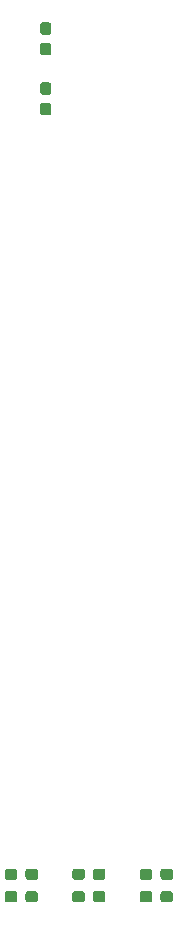
<source format=gbr>
%MOIN*%
%OFA0B0*%
%FSLAX46Y46*%
%IPPOS*%
%LPD*%
%ADD10C,0.0039370078740157488*%
%ADD11C,0.037401574803149609*%
%ADD22C,0.0039370078740157488*%
%ADD23C,0.037401574803149609*%
D10*
G36*
X0003128770Y0000762947D02*
G01*
X0003129678Y0000762812D01*
X0003130568Y0000762589D01*
X0003131432Y0000762280D01*
X0003132262Y0000761888D01*
X0003133049Y0000761416D01*
X0003133786Y0000760869D01*
X0003134466Y0000760253D01*
X0003135082Y0000759573D01*
X0003135628Y0000758836D01*
X0003136100Y0000758049D01*
X0003136492Y0000757219D01*
X0003136802Y0000756356D01*
X0003137025Y0000755465D01*
X0003137159Y0000754558D01*
X0003137204Y0000753641D01*
X0003137204Y0000734940D01*
X0003137159Y0000734024D01*
X0003137025Y0000733116D01*
X0003136802Y0000732226D01*
X0003136492Y0000731362D01*
X0003136100Y0000730533D01*
X0003135628Y0000729746D01*
X0003135082Y0000729009D01*
X0003134466Y0000728329D01*
X0003133786Y0000727712D01*
X0003133049Y0000727166D01*
X0003132262Y0000726694D01*
X0003131432Y0000726302D01*
X0003130568Y0000725993D01*
X0003129678Y0000725770D01*
X0003128770Y0000725635D01*
X0003127854Y0000725590D01*
X0003105216Y0000725590D01*
X0003104300Y0000725635D01*
X0003103392Y0000725770D01*
X0003102502Y0000725993D01*
X0003101638Y0000726302D01*
X0003100808Y0000726694D01*
X0003100021Y0000727166D01*
X0003099284Y0000727712D01*
X0003098604Y0000728329D01*
X0003097988Y0000729009D01*
X0003097441Y0000729746D01*
X0003096970Y0000730533D01*
X0003096577Y0000731362D01*
X0003096268Y0000732226D01*
X0003096045Y0000733116D01*
X0003095911Y0000734024D01*
X0003095866Y0000734940D01*
X0003095866Y0000753641D01*
X0003095911Y0000754558D01*
X0003096045Y0000755465D01*
X0003096268Y0000756356D01*
X0003096577Y0000757219D01*
X0003096970Y0000758049D01*
X0003097441Y0000758836D01*
X0003097988Y0000759573D01*
X0003098604Y0000760253D01*
X0003099284Y0000760869D01*
X0003100021Y0000761416D01*
X0003100808Y0000761888D01*
X0003101638Y0000762280D01*
X0003102502Y0000762589D01*
X0003103392Y0000762812D01*
X0003104300Y0000762947D01*
X0003105216Y0000762992D01*
X0003127854Y0000762992D01*
X0003128770Y0000762947D01*
X0003128770Y0000762947D01*
G37*
D11*
X0003116535Y0000744291D03*
D10*
G36*
X0003059873Y0000762947D02*
G01*
X0003060780Y0000762812D01*
X0003061670Y0000762589D01*
X0003062534Y0000762280D01*
X0003063364Y0000761888D01*
X0003064151Y0000761416D01*
X0003064888Y0000760869D01*
X0003065568Y0000760253D01*
X0003066184Y0000759573D01*
X0003066731Y0000758836D01*
X0003067202Y0000758049D01*
X0003067595Y0000757219D01*
X0003067904Y0000756356D01*
X0003068127Y0000755465D01*
X0003068262Y0000754558D01*
X0003068307Y0000753641D01*
X0003068307Y0000734940D01*
X0003068262Y0000734024D01*
X0003068127Y0000733116D01*
X0003067904Y0000732226D01*
X0003067595Y0000731362D01*
X0003067202Y0000730533D01*
X0003066731Y0000729746D01*
X0003066184Y0000729009D01*
X0003065568Y0000728329D01*
X0003064888Y0000727712D01*
X0003064151Y0000727166D01*
X0003063364Y0000726694D01*
X0003062534Y0000726302D01*
X0003061670Y0000725993D01*
X0003060780Y0000725770D01*
X0003059873Y0000725635D01*
X0003058956Y0000725590D01*
X0003036318Y0000725590D01*
X0003035402Y0000725635D01*
X0003034494Y0000725770D01*
X0003033604Y0000725993D01*
X0003032740Y0000726302D01*
X0003031911Y0000726694D01*
X0003031124Y0000727166D01*
X0003030387Y0000727712D01*
X0003029707Y0000728329D01*
X0003029090Y0000729009D01*
X0003028544Y0000729746D01*
X0003028072Y0000730533D01*
X0003027680Y0000731362D01*
X0003027371Y0000732226D01*
X0003027148Y0000733116D01*
X0003027013Y0000734024D01*
X0003026968Y0000734940D01*
X0003026968Y0000753641D01*
X0003027013Y0000754558D01*
X0003027148Y0000755465D01*
X0003027371Y0000756356D01*
X0003027680Y0000757219D01*
X0003028072Y0000758049D01*
X0003028544Y0000758836D01*
X0003029090Y0000759573D01*
X0003029707Y0000760253D01*
X0003030387Y0000760869D01*
X0003031124Y0000761416D01*
X0003031911Y0000761888D01*
X0003032740Y0000762280D01*
X0003033604Y0000762589D01*
X0003034494Y0000762812D01*
X0003035402Y0000762947D01*
X0003036318Y0000762992D01*
X0003058956Y0000762992D01*
X0003059873Y0000762947D01*
X0003059873Y0000762947D01*
G37*
D11*
X0003047637Y0000744291D03*
D10*
G36*
X0003578770Y0000762947D02*
G01*
X0003579678Y0000762812D01*
X0003580568Y0000762589D01*
X0003581432Y0000762280D01*
X0003582262Y0000761888D01*
X0003583049Y0000761416D01*
X0003583786Y0000760869D01*
X0003584466Y0000760253D01*
X0003585082Y0000759573D01*
X0003585628Y0000758836D01*
X0003586100Y0000758049D01*
X0003586492Y0000757219D01*
X0003586802Y0000756356D01*
X0003587025Y0000755465D01*
X0003587159Y0000754558D01*
X0003587204Y0000753641D01*
X0003587204Y0000734940D01*
X0003587159Y0000734024D01*
X0003587025Y0000733116D01*
X0003586802Y0000732226D01*
X0003586492Y0000731362D01*
X0003586100Y0000730533D01*
X0003585628Y0000729746D01*
X0003585082Y0000729009D01*
X0003584466Y0000728329D01*
X0003583786Y0000727712D01*
X0003583049Y0000727166D01*
X0003582262Y0000726694D01*
X0003581432Y0000726302D01*
X0003580568Y0000725993D01*
X0003579678Y0000725770D01*
X0003578770Y0000725635D01*
X0003577854Y0000725590D01*
X0003555216Y0000725590D01*
X0003554300Y0000725635D01*
X0003553392Y0000725770D01*
X0003552502Y0000725993D01*
X0003551638Y0000726302D01*
X0003550808Y0000726694D01*
X0003550021Y0000727166D01*
X0003549284Y0000727712D01*
X0003548604Y0000728329D01*
X0003547988Y0000729009D01*
X0003547441Y0000729746D01*
X0003546970Y0000730533D01*
X0003546577Y0000731362D01*
X0003546268Y0000732226D01*
X0003546045Y0000733116D01*
X0003545911Y0000734024D01*
X0003545866Y0000734940D01*
X0003545866Y0000753641D01*
X0003545911Y0000754558D01*
X0003546045Y0000755465D01*
X0003546268Y0000756356D01*
X0003546577Y0000757219D01*
X0003546970Y0000758049D01*
X0003547441Y0000758836D01*
X0003547988Y0000759573D01*
X0003548604Y0000760253D01*
X0003549284Y0000760869D01*
X0003550021Y0000761416D01*
X0003550808Y0000761888D01*
X0003551638Y0000762280D01*
X0003552502Y0000762589D01*
X0003553392Y0000762812D01*
X0003554300Y0000762947D01*
X0003555216Y0000762992D01*
X0003577854Y0000762992D01*
X0003578770Y0000762947D01*
X0003578770Y0000762947D01*
G37*
D11*
X0003566535Y0000744291D03*
D10*
G36*
X0003509873Y0000762947D02*
G01*
X0003510780Y0000762812D01*
X0003511670Y0000762589D01*
X0003512534Y0000762280D01*
X0003513364Y0000761888D01*
X0003514151Y0000761416D01*
X0003514888Y0000760869D01*
X0003515568Y0000760253D01*
X0003516184Y0000759573D01*
X0003516731Y0000758836D01*
X0003517202Y0000758049D01*
X0003517595Y0000757219D01*
X0003517904Y0000756356D01*
X0003518127Y0000755465D01*
X0003518262Y0000754558D01*
X0003518307Y0000753641D01*
X0003518307Y0000734940D01*
X0003518262Y0000734024D01*
X0003518127Y0000733116D01*
X0003517904Y0000732226D01*
X0003517595Y0000731362D01*
X0003517202Y0000730533D01*
X0003516731Y0000729746D01*
X0003516184Y0000729009D01*
X0003515568Y0000728329D01*
X0003514888Y0000727712D01*
X0003514151Y0000727166D01*
X0003513364Y0000726694D01*
X0003512534Y0000726302D01*
X0003511670Y0000725993D01*
X0003510780Y0000725770D01*
X0003509873Y0000725635D01*
X0003508956Y0000725590D01*
X0003486318Y0000725590D01*
X0003485402Y0000725635D01*
X0003484494Y0000725770D01*
X0003483604Y0000725993D01*
X0003482740Y0000726302D01*
X0003481911Y0000726694D01*
X0003481124Y0000727166D01*
X0003480387Y0000727712D01*
X0003479707Y0000728329D01*
X0003479090Y0000729009D01*
X0003478544Y0000729746D01*
X0003478072Y0000730533D01*
X0003477680Y0000731362D01*
X0003477371Y0000732226D01*
X0003477148Y0000733116D01*
X0003477013Y0000734024D01*
X0003476968Y0000734940D01*
X0003476968Y0000753641D01*
X0003477013Y0000754558D01*
X0003477148Y0000755465D01*
X0003477371Y0000756356D01*
X0003477680Y0000757219D01*
X0003478072Y0000758049D01*
X0003478544Y0000758836D01*
X0003479090Y0000759573D01*
X0003479707Y0000760253D01*
X0003480387Y0000760869D01*
X0003481124Y0000761416D01*
X0003481911Y0000761888D01*
X0003482740Y0000762280D01*
X0003483604Y0000762589D01*
X0003484494Y0000762812D01*
X0003485402Y0000762947D01*
X0003486318Y0000762992D01*
X0003508956Y0000762992D01*
X0003509873Y0000762947D01*
X0003509873Y0000762947D01*
G37*
D11*
X0003497637Y0000744291D03*
D10*
G36*
X0003353770Y0000762947D02*
G01*
X0003354678Y0000762812D01*
X0003355568Y0000762589D01*
X0003356432Y0000762280D01*
X0003357262Y0000761888D01*
X0003358049Y0000761416D01*
X0003358786Y0000760869D01*
X0003359466Y0000760253D01*
X0003360082Y0000759573D01*
X0003360628Y0000758836D01*
X0003361100Y0000758049D01*
X0003361492Y0000757219D01*
X0003361802Y0000756356D01*
X0003362025Y0000755465D01*
X0003362159Y0000754558D01*
X0003362204Y0000753641D01*
X0003362204Y0000734940D01*
X0003362159Y0000734024D01*
X0003362025Y0000733116D01*
X0003361802Y0000732226D01*
X0003361492Y0000731362D01*
X0003361100Y0000730533D01*
X0003360628Y0000729746D01*
X0003360082Y0000729009D01*
X0003359466Y0000728329D01*
X0003358786Y0000727712D01*
X0003358049Y0000727166D01*
X0003357262Y0000726694D01*
X0003356432Y0000726302D01*
X0003355568Y0000725993D01*
X0003354678Y0000725770D01*
X0003353770Y0000725635D01*
X0003352854Y0000725590D01*
X0003330216Y0000725590D01*
X0003329300Y0000725635D01*
X0003328392Y0000725770D01*
X0003327502Y0000725993D01*
X0003326638Y0000726302D01*
X0003325808Y0000726694D01*
X0003325021Y0000727166D01*
X0003324284Y0000727712D01*
X0003323604Y0000728329D01*
X0003322988Y0000729009D01*
X0003322441Y0000729746D01*
X0003321970Y0000730533D01*
X0003321577Y0000731362D01*
X0003321268Y0000732226D01*
X0003321045Y0000733116D01*
X0003320911Y0000734024D01*
X0003320866Y0000734940D01*
X0003320866Y0000753641D01*
X0003320911Y0000754558D01*
X0003321045Y0000755465D01*
X0003321268Y0000756356D01*
X0003321577Y0000757219D01*
X0003321970Y0000758049D01*
X0003322441Y0000758836D01*
X0003322988Y0000759573D01*
X0003323604Y0000760253D01*
X0003324284Y0000760869D01*
X0003325021Y0000761416D01*
X0003325808Y0000761888D01*
X0003326638Y0000762280D01*
X0003327502Y0000762589D01*
X0003328392Y0000762812D01*
X0003329300Y0000762947D01*
X0003330216Y0000762992D01*
X0003352854Y0000762992D01*
X0003353770Y0000762947D01*
X0003353770Y0000762947D01*
G37*
D11*
X0003341535Y0000744291D03*
D10*
G36*
X0003284873Y0000762947D02*
G01*
X0003285780Y0000762812D01*
X0003286670Y0000762589D01*
X0003287534Y0000762280D01*
X0003288364Y0000761888D01*
X0003289151Y0000761416D01*
X0003289888Y0000760869D01*
X0003290568Y0000760253D01*
X0003291184Y0000759573D01*
X0003291731Y0000758836D01*
X0003292202Y0000758049D01*
X0003292595Y0000757219D01*
X0003292904Y0000756356D01*
X0003293127Y0000755465D01*
X0003293262Y0000754558D01*
X0003293307Y0000753641D01*
X0003293307Y0000734940D01*
X0003293262Y0000734024D01*
X0003293127Y0000733116D01*
X0003292904Y0000732226D01*
X0003292595Y0000731362D01*
X0003292202Y0000730533D01*
X0003291731Y0000729746D01*
X0003291184Y0000729009D01*
X0003290568Y0000728329D01*
X0003289888Y0000727712D01*
X0003289151Y0000727166D01*
X0003288364Y0000726694D01*
X0003287534Y0000726302D01*
X0003286670Y0000725993D01*
X0003285780Y0000725770D01*
X0003284873Y0000725635D01*
X0003283956Y0000725590D01*
X0003261318Y0000725590D01*
X0003260402Y0000725635D01*
X0003259494Y0000725770D01*
X0003258604Y0000725993D01*
X0003257740Y0000726302D01*
X0003256911Y0000726694D01*
X0003256124Y0000727166D01*
X0003255387Y0000727712D01*
X0003254707Y0000728329D01*
X0003254090Y0000729009D01*
X0003253544Y0000729746D01*
X0003253072Y0000730533D01*
X0003252680Y0000731362D01*
X0003252371Y0000732226D01*
X0003252148Y0000733116D01*
X0003252013Y0000734024D01*
X0003251968Y0000734940D01*
X0003251968Y0000753641D01*
X0003252013Y0000754558D01*
X0003252148Y0000755465D01*
X0003252371Y0000756356D01*
X0003252680Y0000757219D01*
X0003253072Y0000758049D01*
X0003253544Y0000758836D01*
X0003254090Y0000759573D01*
X0003254707Y0000760253D01*
X0003255387Y0000760869D01*
X0003256124Y0000761416D01*
X0003256911Y0000761888D01*
X0003257740Y0000762280D01*
X0003258604Y0000762589D01*
X0003259494Y0000762812D01*
X0003260402Y0000762947D01*
X0003261318Y0000762992D01*
X0003283956Y0000762992D01*
X0003284873Y0000762947D01*
X0003284873Y0000762947D01*
G37*
D11*
X0003272637Y0000744291D03*
D10*
G36*
X0003059873Y0000837947D02*
G01*
X0003060780Y0000837812D01*
X0003061670Y0000837589D01*
X0003062534Y0000837280D01*
X0003063364Y0000836888D01*
X0003064151Y0000836416D01*
X0003064888Y0000835869D01*
X0003065568Y0000835253D01*
X0003066184Y0000834573D01*
X0003066731Y0000833836D01*
X0003067202Y0000833049D01*
X0003067595Y0000832219D01*
X0003067904Y0000831356D01*
X0003068127Y0000830465D01*
X0003068262Y0000829558D01*
X0003068307Y0000828641D01*
X0003068307Y0000809940D01*
X0003068262Y0000809024D01*
X0003068127Y0000808116D01*
X0003067904Y0000807226D01*
X0003067595Y0000806362D01*
X0003067202Y0000805533D01*
X0003066731Y0000804746D01*
X0003066184Y0000804009D01*
X0003065568Y0000803329D01*
X0003064888Y0000802712D01*
X0003064151Y0000802166D01*
X0003063364Y0000801694D01*
X0003062534Y0000801302D01*
X0003061670Y0000800993D01*
X0003060780Y0000800770D01*
X0003059873Y0000800635D01*
X0003058956Y0000800590D01*
X0003036318Y0000800590D01*
X0003035402Y0000800635D01*
X0003034494Y0000800770D01*
X0003033604Y0000800993D01*
X0003032740Y0000801302D01*
X0003031911Y0000801694D01*
X0003031124Y0000802166D01*
X0003030387Y0000802712D01*
X0003029707Y0000803329D01*
X0003029090Y0000804009D01*
X0003028544Y0000804746D01*
X0003028072Y0000805533D01*
X0003027680Y0000806362D01*
X0003027371Y0000807226D01*
X0003027148Y0000808116D01*
X0003027013Y0000809024D01*
X0003026968Y0000809940D01*
X0003026968Y0000828641D01*
X0003027013Y0000829558D01*
X0003027148Y0000830465D01*
X0003027371Y0000831356D01*
X0003027680Y0000832219D01*
X0003028072Y0000833049D01*
X0003028544Y0000833836D01*
X0003029090Y0000834573D01*
X0003029707Y0000835253D01*
X0003030387Y0000835869D01*
X0003031124Y0000836416D01*
X0003031911Y0000836888D01*
X0003032740Y0000837280D01*
X0003033604Y0000837589D01*
X0003034494Y0000837812D01*
X0003035402Y0000837947D01*
X0003036318Y0000837992D01*
X0003058956Y0000837992D01*
X0003059873Y0000837947D01*
X0003059873Y0000837947D01*
G37*
D11*
X0003047637Y0000819291D03*
D10*
G36*
X0003128770Y0000837947D02*
G01*
X0003129678Y0000837812D01*
X0003130568Y0000837589D01*
X0003131432Y0000837280D01*
X0003132262Y0000836888D01*
X0003133049Y0000836416D01*
X0003133786Y0000835869D01*
X0003134466Y0000835253D01*
X0003135082Y0000834573D01*
X0003135628Y0000833836D01*
X0003136100Y0000833049D01*
X0003136492Y0000832219D01*
X0003136802Y0000831356D01*
X0003137025Y0000830465D01*
X0003137159Y0000829558D01*
X0003137204Y0000828641D01*
X0003137204Y0000809940D01*
X0003137159Y0000809024D01*
X0003137025Y0000808116D01*
X0003136802Y0000807226D01*
X0003136492Y0000806362D01*
X0003136100Y0000805533D01*
X0003135628Y0000804746D01*
X0003135082Y0000804009D01*
X0003134466Y0000803329D01*
X0003133786Y0000802712D01*
X0003133049Y0000802166D01*
X0003132262Y0000801694D01*
X0003131432Y0000801302D01*
X0003130568Y0000800993D01*
X0003129678Y0000800770D01*
X0003128770Y0000800635D01*
X0003127854Y0000800590D01*
X0003105216Y0000800590D01*
X0003104300Y0000800635D01*
X0003103392Y0000800770D01*
X0003102502Y0000800993D01*
X0003101638Y0000801302D01*
X0003100808Y0000801694D01*
X0003100021Y0000802166D01*
X0003099284Y0000802712D01*
X0003098604Y0000803329D01*
X0003097988Y0000804009D01*
X0003097441Y0000804746D01*
X0003096970Y0000805533D01*
X0003096577Y0000806362D01*
X0003096268Y0000807226D01*
X0003096045Y0000808116D01*
X0003095911Y0000809024D01*
X0003095866Y0000809940D01*
X0003095866Y0000828641D01*
X0003095911Y0000829558D01*
X0003096045Y0000830465D01*
X0003096268Y0000831356D01*
X0003096577Y0000832219D01*
X0003096970Y0000833049D01*
X0003097441Y0000833836D01*
X0003097988Y0000834573D01*
X0003098604Y0000835253D01*
X0003099284Y0000835869D01*
X0003100021Y0000836416D01*
X0003100808Y0000836888D01*
X0003101638Y0000837280D01*
X0003102502Y0000837589D01*
X0003103392Y0000837812D01*
X0003104300Y0000837947D01*
X0003105216Y0000837992D01*
X0003127854Y0000837992D01*
X0003128770Y0000837947D01*
X0003128770Y0000837947D01*
G37*
D11*
X0003116535Y0000819291D03*
D10*
G36*
X0003509873Y0000837947D02*
G01*
X0003510780Y0000837812D01*
X0003511670Y0000837589D01*
X0003512534Y0000837280D01*
X0003513364Y0000836888D01*
X0003514151Y0000836416D01*
X0003514888Y0000835869D01*
X0003515568Y0000835253D01*
X0003516184Y0000834573D01*
X0003516731Y0000833836D01*
X0003517202Y0000833049D01*
X0003517595Y0000832219D01*
X0003517904Y0000831356D01*
X0003518127Y0000830465D01*
X0003518262Y0000829558D01*
X0003518307Y0000828641D01*
X0003518307Y0000809940D01*
X0003518262Y0000809024D01*
X0003518127Y0000808116D01*
X0003517904Y0000807226D01*
X0003517595Y0000806362D01*
X0003517202Y0000805533D01*
X0003516731Y0000804746D01*
X0003516184Y0000804009D01*
X0003515568Y0000803329D01*
X0003514888Y0000802712D01*
X0003514151Y0000802166D01*
X0003513364Y0000801694D01*
X0003512534Y0000801302D01*
X0003511670Y0000800993D01*
X0003510780Y0000800770D01*
X0003509873Y0000800635D01*
X0003508956Y0000800590D01*
X0003486318Y0000800590D01*
X0003485402Y0000800635D01*
X0003484494Y0000800770D01*
X0003483604Y0000800993D01*
X0003482740Y0000801302D01*
X0003481911Y0000801694D01*
X0003481124Y0000802166D01*
X0003480387Y0000802712D01*
X0003479707Y0000803329D01*
X0003479090Y0000804009D01*
X0003478544Y0000804746D01*
X0003478072Y0000805533D01*
X0003477680Y0000806362D01*
X0003477371Y0000807226D01*
X0003477148Y0000808116D01*
X0003477013Y0000809024D01*
X0003476968Y0000809940D01*
X0003476968Y0000828641D01*
X0003477013Y0000829558D01*
X0003477148Y0000830465D01*
X0003477371Y0000831356D01*
X0003477680Y0000832219D01*
X0003478072Y0000833049D01*
X0003478544Y0000833836D01*
X0003479090Y0000834573D01*
X0003479707Y0000835253D01*
X0003480387Y0000835869D01*
X0003481124Y0000836416D01*
X0003481911Y0000836888D01*
X0003482740Y0000837280D01*
X0003483604Y0000837589D01*
X0003484494Y0000837812D01*
X0003485402Y0000837947D01*
X0003486318Y0000837992D01*
X0003508956Y0000837992D01*
X0003509873Y0000837947D01*
X0003509873Y0000837947D01*
G37*
D11*
X0003497637Y0000819291D03*
D10*
G36*
X0003578770Y0000837947D02*
G01*
X0003579678Y0000837812D01*
X0003580568Y0000837589D01*
X0003581432Y0000837280D01*
X0003582262Y0000836888D01*
X0003583049Y0000836416D01*
X0003583786Y0000835869D01*
X0003584466Y0000835253D01*
X0003585082Y0000834573D01*
X0003585628Y0000833836D01*
X0003586100Y0000833049D01*
X0003586492Y0000832219D01*
X0003586802Y0000831356D01*
X0003587025Y0000830465D01*
X0003587159Y0000829558D01*
X0003587204Y0000828641D01*
X0003587204Y0000809940D01*
X0003587159Y0000809024D01*
X0003587025Y0000808116D01*
X0003586802Y0000807226D01*
X0003586492Y0000806362D01*
X0003586100Y0000805533D01*
X0003585628Y0000804746D01*
X0003585082Y0000804009D01*
X0003584466Y0000803329D01*
X0003583786Y0000802712D01*
X0003583049Y0000802166D01*
X0003582262Y0000801694D01*
X0003581432Y0000801302D01*
X0003580568Y0000800993D01*
X0003579678Y0000800770D01*
X0003578770Y0000800635D01*
X0003577854Y0000800590D01*
X0003555216Y0000800590D01*
X0003554300Y0000800635D01*
X0003553392Y0000800770D01*
X0003552502Y0000800993D01*
X0003551638Y0000801302D01*
X0003550808Y0000801694D01*
X0003550021Y0000802166D01*
X0003549284Y0000802712D01*
X0003548604Y0000803329D01*
X0003547988Y0000804009D01*
X0003547441Y0000804746D01*
X0003546970Y0000805533D01*
X0003546577Y0000806362D01*
X0003546268Y0000807226D01*
X0003546045Y0000808116D01*
X0003545911Y0000809024D01*
X0003545866Y0000809940D01*
X0003545866Y0000828641D01*
X0003545911Y0000829558D01*
X0003546045Y0000830465D01*
X0003546268Y0000831356D01*
X0003546577Y0000832219D01*
X0003546970Y0000833049D01*
X0003547441Y0000833836D01*
X0003547988Y0000834573D01*
X0003548604Y0000835253D01*
X0003549284Y0000835869D01*
X0003550021Y0000836416D01*
X0003550808Y0000836888D01*
X0003551638Y0000837280D01*
X0003552502Y0000837589D01*
X0003553392Y0000837812D01*
X0003554300Y0000837947D01*
X0003555216Y0000837992D01*
X0003577854Y0000837992D01*
X0003578770Y0000837947D01*
X0003578770Y0000837947D01*
G37*
D11*
X0003566535Y0000819291D03*
D10*
G36*
X0003284873Y0000837947D02*
G01*
X0003285780Y0000837812D01*
X0003286670Y0000837589D01*
X0003287534Y0000837280D01*
X0003288364Y0000836888D01*
X0003289151Y0000836416D01*
X0003289888Y0000835869D01*
X0003290568Y0000835253D01*
X0003291184Y0000834573D01*
X0003291731Y0000833836D01*
X0003292202Y0000833049D01*
X0003292595Y0000832219D01*
X0003292904Y0000831356D01*
X0003293127Y0000830465D01*
X0003293262Y0000829558D01*
X0003293307Y0000828641D01*
X0003293307Y0000809940D01*
X0003293262Y0000809024D01*
X0003293127Y0000808116D01*
X0003292904Y0000807226D01*
X0003292595Y0000806362D01*
X0003292202Y0000805533D01*
X0003291731Y0000804746D01*
X0003291184Y0000804009D01*
X0003290568Y0000803329D01*
X0003289888Y0000802712D01*
X0003289151Y0000802166D01*
X0003288364Y0000801694D01*
X0003287534Y0000801302D01*
X0003286670Y0000800993D01*
X0003285780Y0000800770D01*
X0003284873Y0000800635D01*
X0003283956Y0000800590D01*
X0003261318Y0000800590D01*
X0003260402Y0000800635D01*
X0003259494Y0000800770D01*
X0003258604Y0000800993D01*
X0003257740Y0000801302D01*
X0003256911Y0000801694D01*
X0003256124Y0000802166D01*
X0003255387Y0000802712D01*
X0003254707Y0000803329D01*
X0003254090Y0000804009D01*
X0003253544Y0000804746D01*
X0003253072Y0000805533D01*
X0003252680Y0000806362D01*
X0003252371Y0000807226D01*
X0003252148Y0000808116D01*
X0003252013Y0000809024D01*
X0003251968Y0000809940D01*
X0003251968Y0000828641D01*
X0003252013Y0000829558D01*
X0003252148Y0000830465D01*
X0003252371Y0000831356D01*
X0003252680Y0000832219D01*
X0003253072Y0000833049D01*
X0003253544Y0000833836D01*
X0003254090Y0000834573D01*
X0003254707Y0000835253D01*
X0003255387Y0000835869D01*
X0003256124Y0000836416D01*
X0003256911Y0000836888D01*
X0003257740Y0000837280D01*
X0003258604Y0000837589D01*
X0003259494Y0000837812D01*
X0003260402Y0000837947D01*
X0003261318Y0000837992D01*
X0003283956Y0000837992D01*
X0003284873Y0000837947D01*
X0003284873Y0000837947D01*
G37*
D11*
X0003272637Y0000819291D03*
D10*
G36*
X0003353770Y0000837947D02*
G01*
X0003354678Y0000837812D01*
X0003355568Y0000837589D01*
X0003356432Y0000837280D01*
X0003357262Y0000836888D01*
X0003358049Y0000836416D01*
X0003358786Y0000835869D01*
X0003359466Y0000835253D01*
X0003360082Y0000834573D01*
X0003360628Y0000833836D01*
X0003361100Y0000833049D01*
X0003361492Y0000832219D01*
X0003361802Y0000831356D01*
X0003362025Y0000830465D01*
X0003362159Y0000829558D01*
X0003362204Y0000828641D01*
X0003362204Y0000809940D01*
X0003362159Y0000809024D01*
X0003362025Y0000808116D01*
X0003361802Y0000807226D01*
X0003361492Y0000806362D01*
X0003361100Y0000805533D01*
X0003360628Y0000804746D01*
X0003360082Y0000804009D01*
X0003359466Y0000803329D01*
X0003358786Y0000802712D01*
X0003358049Y0000802166D01*
X0003357262Y0000801694D01*
X0003356432Y0000801302D01*
X0003355568Y0000800993D01*
X0003354678Y0000800770D01*
X0003353770Y0000800635D01*
X0003352854Y0000800590D01*
X0003330216Y0000800590D01*
X0003329300Y0000800635D01*
X0003328392Y0000800770D01*
X0003327502Y0000800993D01*
X0003326638Y0000801302D01*
X0003325808Y0000801694D01*
X0003325021Y0000802166D01*
X0003324284Y0000802712D01*
X0003323604Y0000803329D01*
X0003322988Y0000804009D01*
X0003322441Y0000804746D01*
X0003321970Y0000805533D01*
X0003321577Y0000806362D01*
X0003321268Y0000807226D01*
X0003321045Y0000808116D01*
X0003320911Y0000809024D01*
X0003320866Y0000809940D01*
X0003320866Y0000828641D01*
X0003320911Y0000829558D01*
X0003321045Y0000830465D01*
X0003321268Y0000831356D01*
X0003321577Y0000832219D01*
X0003321970Y0000833049D01*
X0003322441Y0000833836D01*
X0003322988Y0000834573D01*
X0003323604Y0000835253D01*
X0003324284Y0000835869D01*
X0003325021Y0000836416D01*
X0003325808Y0000836888D01*
X0003326638Y0000837280D01*
X0003327502Y0000837589D01*
X0003328392Y0000837812D01*
X0003329300Y0000837947D01*
X0003330216Y0000837992D01*
X0003352854Y0000837992D01*
X0003353770Y0000837947D01*
X0003353770Y0000837947D01*
G37*
D11*
X0003341535Y0000819291D03*
G04 next file*
G04 #@! TF.GenerationSoftware,KiCad,Pcbnew,(5.1.4)-1*
G04 #@! TF.CreationDate,2020-03-27T16:01:53-04:00*
G04 #@! TF.ProjectId,heatbed_breakout,68656174-6265-4645-9f62-7265616b6f75,rev?*
G04 #@! TF.SameCoordinates,PX8b91fb0PY68e7780*
G04 #@! TF.FileFunction,Paste,Top*
G04 #@! TF.FilePolarity,Positive*
G04 Gerber Fmt 4.6, Leading zero omitted, Abs format (unit mm)*
G04 Created by KiCad (PCBNEW (5.1.4)-1) date 2020-03-27 16:01:53*
G04 APERTURE LIST*
G04 APERTURE END LIST*
D22*
G36*
X0003173652Y0003590112D02*
G01*
X0003174560Y0003589977D01*
X0003175450Y0003589754D01*
X0003176314Y0003589445D01*
X0003177143Y0003589053D01*
X0003177931Y0003588581D01*
X0003178668Y0003588035D01*
X0003179347Y0003587418D01*
X0003179964Y0003586738D01*
X0003180510Y0003586001D01*
X0003180982Y0003585214D01*
X0003181374Y0003584385D01*
X0003181683Y0003583521D01*
X0003181906Y0003582631D01*
X0003182041Y0003581723D01*
X0003182086Y0003580807D01*
X0003182086Y0003558169D01*
X0003182041Y0003557252D01*
X0003181906Y0003556345D01*
X0003181683Y0003555455D01*
X0003181374Y0003554591D01*
X0003180982Y0003553761D01*
X0003180510Y0003552974D01*
X0003179964Y0003552237D01*
X0003179347Y0003551557D01*
X0003178668Y0003550941D01*
X0003177931Y0003550394D01*
X0003177143Y0003549922D01*
X0003176314Y0003549530D01*
X0003175450Y0003549221D01*
X0003174560Y0003548998D01*
X0003173652Y0003548863D01*
X0003172736Y0003548818D01*
X0003154035Y0003548818D01*
X0003153118Y0003548863D01*
X0003152211Y0003548998D01*
X0003151321Y0003549221D01*
X0003150457Y0003549530D01*
X0003149627Y0003549922D01*
X0003148840Y0003550394D01*
X0003148103Y0003550941D01*
X0003147423Y0003551557D01*
X0003146807Y0003552237D01*
X0003146260Y0003552974D01*
X0003145789Y0003553761D01*
X0003145396Y0003554591D01*
X0003145087Y0003555455D01*
X0003144864Y0003556345D01*
X0003144730Y0003557252D01*
X0003144685Y0003558169D01*
X0003144685Y0003580807D01*
X0003144730Y0003581723D01*
X0003144864Y0003582631D01*
X0003145087Y0003583521D01*
X0003145396Y0003584385D01*
X0003145789Y0003585214D01*
X0003146260Y0003586001D01*
X0003146807Y0003586738D01*
X0003147423Y0003587418D01*
X0003148103Y0003588035D01*
X0003148840Y0003588581D01*
X0003149627Y0003589053D01*
X0003150457Y0003589445D01*
X0003151321Y0003589754D01*
X0003152211Y0003589977D01*
X0003153118Y0003590112D01*
X0003154035Y0003590157D01*
X0003172736Y0003590157D01*
X0003173652Y0003590112D01*
X0003173652Y0003590112D01*
G37*
D23*
X0003163385Y0003569488D03*
D22*
G36*
X0003173652Y0003659010D02*
G01*
X0003174560Y0003658875D01*
X0003175450Y0003658652D01*
X0003176314Y0003658343D01*
X0003177143Y0003657951D01*
X0003177931Y0003657479D01*
X0003178668Y0003656932D01*
X0003179347Y0003656316D01*
X0003179964Y0003655636D01*
X0003180510Y0003654899D01*
X0003180982Y0003654112D01*
X0003181374Y0003653282D01*
X0003181683Y0003652419D01*
X0003181906Y0003651528D01*
X0003182041Y0003650621D01*
X0003182086Y0003649704D01*
X0003182086Y0003627066D01*
X0003182041Y0003626150D01*
X0003181906Y0003625242D01*
X0003181683Y0003624352D01*
X0003181374Y0003623488D01*
X0003180982Y0003622659D01*
X0003180510Y0003621872D01*
X0003179964Y0003621135D01*
X0003179347Y0003620455D01*
X0003178668Y0003619838D01*
X0003177931Y0003619292D01*
X0003177143Y0003618820D01*
X0003176314Y0003618428D01*
X0003175450Y0003618119D01*
X0003174560Y0003617896D01*
X0003173652Y0003617761D01*
X0003172736Y0003617716D01*
X0003154035Y0003617716D01*
X0003153118Y0003617761D01*
X0003152211Y0003617896D01*
X0003151321Y0003618119D01*
X0003150457Y0003618428D01*
X0003149627Y0003618820D01*
X0003148840Y0003619292D01*
X0003148103Y0003619838D01*
X0003147423Y0003620455D01*
X0003146807Y0003621135D01*
X0003146260Y0003621872D01*
X0003145789Y0003622659D01*
X0003145396Y0003623488D01*
X0003145087Y0003624352D01*
X0003144864Y0003625242D01*
X0003144730Y0003626150D01*
X0003144685Y0003627066D01*
X0003144685Y0003649704D01*
X0003144730Y0003650621D01*
X0003144864Y0003651528D01*
X0003145087Y0003652419D01*
X0003145396Y0003653282D01*
X0003145789Y0003654112D01*
X0003146260Y0003654899D01*
X0003146807Y0003655636D01*
X0003147423Y0003656316D01*
X0003148103Y0003656932D01*
X0003148840Y0003657479D01*
X0003149627Y0003657951D01*
X0003150457Y0003658343D01*
X0003151321Y0003658652D01*
X0003152211Y0003658875D01*
X0003153118Y0003659010D01*
X0003154035Y0003659055D01*
X0003172736Y0003659055D01*
X0003173652Y0003659010D01*
X0003173652Y0003659010D01*
G37*
D23*
X0003163385Y0003638385D03*
D22*
G36*
X0003173652Y0003459010D02*
G01*
X0003174560Y0003458875D01*
X0003175450Y0003458652D01*
X0003176314Y0003458343D01*
X0003177143Y0003457951D01*
X0003177931Y0003457479D01*
X0003178668Y0003456932D01*
X0003179347Y0003456316D01*
X0003179964Y0003455636D01*
X0003180510Y0003454899D01*
X0003180982Y0003454112D01*
X0003181374Y0003453282D01*
X0003181683Y0003452419D01*
X0003181906Y0003451528D01*
X0003182041Y0003450621D01*
X0003182086Y0003449704D01*
X0003182086Y0003427066D01*
X0003182041Y0003426150D01*
X0003181906Y0003425242D01*
X0003181683Y0003424352D01*
X0003181374Y0003423488D01*
X0003180982Y0003422659D01*
X0003180510Y0003421872D01*
X0003179964Y0003421135D01*
X0003179347Y0003420455D01*
X0003178668Y0003419838D01*
X0003177931Y0003419292D01*
X0003177143Y0003418820D01*
X0003176314Y0003418428D01*
X0003175450Y0003418119D01*
X0003174560Y0003417896D01*
X0003173652Y0003417761D01*
X0003172736Y0003417716D01*
X0003154035Y0003417716D01*
X0003153118Y0003417761D01*
X0003152211Y0003417896D01*
X0003151321Y0003418119D01*
X0003150457Y0003418428D01*
X0003149627Y0003418820D01*
X0003148840Y0003419292D01*
X0003148103Y0003419838D01*
X0003147423Y0003420455D01*
X0003146807Y0003421135D01*
X0003146260Y0003421872D01*
X0003145789Y0003422659D01*
X0003145396Y0003423488D01*
X0003145087Y0003424352D01*
X0003144864Y0003425242D01*
X0003144730Y0003426150D01*
X0003144685Y0003427066D01*
X0003144685Y0003449704D01*
X0003144730Y0003450621D01*
X0003144864Y0003451528D01*
X0003145087Y0003452419D01*
X0003145396Y0003453282D01*
X0003145789Y0003454112D01*
X0003146260Y0003454899D01*
X0003146807Y0003455636D01*
X0003147423Y0003456316D01*
X0003148103Y0003456932D01*
X0003148840Y0003457479D01*
X0003149627Y0003457951D01*
X0003150457Y0003458343D01*
X0003151321Y0003458652D01*
X0003152211Y0003458875D01*
X0003153118Y0003459010D01*
X0003154035Y0003459055D01*
X0003172736Y0003459055D01*
X0003173652Y0003459010D01*
X0003173652Y0003459010D01*
G37*
D23*
X0003163385Y0003438385D03*
D22*
G36*
X0003173652Y0003390112D02*
G01*
X0003174560Y0003389977D01*
X0003175450Y0003389754D01*
X0003176314Y0003389445D01*
X0003177143Y0003389053D01*
X0003177931Y0003388581D01*
X0003178668Y0003388035D01*
X0003179347Y0003387418D01*
X0003179964Y0003386738D01*
X0003180510Y0003386001D01*
X0003180982Y0003385214D01*
X0003181374Y0003384385D01*
X0003181683Y0003383521D01*
X0003181906Y0003382631D01*
X0003182041Y0003381723D01*
X0003182086Y0003380807D01*
X0003182086Y0003358169D01*
X0003182041Y0003357252D01*
X0003181906Y0003356345D01*
X0003181683Y0003355455D01*
X0003181374Y0003354591D01*
X0003180982Y0003353761D01*
X0003180510Y0003352974D01*
X0003179964Y0003352237D01*
X0003179347Y0003351557D01*
X0003178668Y0003350941D01*
X0003177931Y0003350394D01*
X0003177143Y0003349922D01*
X0003176314Y0003349530D01*
X0003175450Y0003349221D01*
X0003174560Y0003348998D01*
X0003173652Y0003348863D01*
X0003172736Y0003348818D01*
X0003154035Y0003348818D01*
X0003153118Y0003348863D01*
X0003152211Y0003348998D01*
X0003151321Y0003349221D01*
X0003150457Y0003349530D01*
X0003149627Y0003349922D01*
X0003148840Y0003350394D01*
X0003148103Y0003350941D01*
X0003147423Y0003351557D01*
X0003146807Y0003352237D01*
X0003146260Y0003352974D01*
X0003145789Y0003353761D01*
X0003145396Y0003354591D01*
X0003145087Y0003355455D01*
X0003144864Y0003356345D01*
X0003144730Y0003357252D01*
X0003144685Y0003358169D01*
X0003144685Y0003380807D01*
X0003144730Y0003381723D01*
X0003144864Y0003382631D01*
X0003145087Y0003383521D01*
X0003145396Y0003384385D01*
X0003145789Y0003385214D01*
X0003146260Y0003386001D01*
X0003146807Y0003386738D01*
X0003147423Y0003387418D01*
X0003148103Y0003388035D01*
X0003148840Y0003388581D01*
X0003149627Y0003389053D01*
X0003150457Y0003389445D01*
X0003151321Y0003389754D01*
X0003152211Y0003389977D01*
X0003153118Y0003390112D01*
X0003154035Y0003390157D01*
X0003172736Y0003390157D01*
X0003173652Y0003390112D01*
X0003173652Y0003390112D01*
G37*
D23*
X0003163385Y0003369488D03*
G04 next file*
G04 #@! TF.GenerationSoftware,KiCad,Pcbnew,(5.1.4)-1*
G04 #@! TF.CreationDate,2020-03-27T16:00:01-04:00*
G04 #@! TF.ProjectId,Placeholder Board,506c6163-6568-46f6-9c64-657220426f61,rev?*
G04 #@! TF.SameCoordinates,PX9157080PY695f190*
G04 #@! TF.FileFunction,Paste,Top*
G04 #@! TF.FilePolarity,Positive*
G04 Gerber Fmt 4.6, Leading zero omitted, Abs format (unit mm)*
G04 Created by KiCad (PCBNEW (5.1.4)-1) date 2020-03-27 16:00:01*
G04 APERTURE LIST*
G04 APERTURE END LIST*
G04 next file*
G04 #@! TF.GenerationSoftware,KiCad,Pcbnew,(5.1.4)-1*
G04 #@! TF.CreationDate,2020-03-27T16:02:32-04:00*
G04 #@! TF.ProjectId,RGB_endstop_breakout,5247425f-656e-4647-9374-6f705f627265,rev?*
G04 #@! TF.SameCoordinates,PX8e18f40PY6422c40*
G04 #@! TF.FileFunction,Paste,Top*
G04 #@! TF.FilePolarity,Positive*
G04 Gerber Fmt 4.6, Leading zero omitted, Abs format (unit mm)*
G04 Created by KiCad (PCBNEW (5.1.4)-1) date 2020-03-27 16:02:32*
G04 APERTURE LIST*
G04 APERTURE END LIST*
G04 next file*
G04 #@! TF.GenerationSoftware,KiCad,Pcbnew,(5.1.4)-1*
G04 #@! TF.CreationDate,2020-03-27T15:28:26-04:00*
G04 #@! TF.ProjectId,USB Adapter,55534220-4164-4617-9074-65722e6b6963,rev?*
G04 #@! TF.SameCoordinates,PX6521e48PY3c8eee0*
G04 #@! TF.FileFunction,Paste,Top*
G04 #@! TF.FilePolarity,Positive*
G04 Gerber Fmt 4.6, Leading zero omitted, Abs format (unit mm)*
G04 Created by KiCad (PCBNEW (5.1.4)-1) date 2020-03-27 15:28:26*
G04 APERTURE LIST*
G04 APERTURE END LIST*
G04 next file*
G04 #@! TF.GenerationSoftware,KiCad,Pcbnew,(5.1.4)-1*
G04 #@! TF.CreationDate,2020-03-27T16:03:36-04:00*
G04 #@! TF.ProjectId,y-z_motor_endstop_breakout,792d7a5f-6d6f-4746-9f72-5f656e647374,rev?*
G04 #@! TF.SameCoordinates,PX8a48640PY6422c40*
G04 #@! TF.FileFunction,Paste,Top*
G04 #@! TF.FilePolarity,Positive*
G04 Gerber Fmt 4.6, Leading zero omitted, Abs format (unit mm)*
G04 Created by KiCad (PCBNEW (5.1.4)-1) date 2020-03-27 16:03:36*
G04 APERTURE LIST*
G04 APERTURE END LIST*
G04 next file*
G04 #@! TF.GenerationSoftware,KiCad,Pcbnew,(5.1.4)-1*
G04 #@! TF.CreationDate,2020-03-27T15:32:05-04:00*
G04 #@! TF.ProjectId,Encoder Daughterboard,456e636f-6465-4722-9044-617567687465,rev?*
G04 #@! TF.SameCoordinates,PX9d739e0PY5e78920*
G04 #@! TF.FileFunction,Paste,Top*
G04 #@! TF.FilePolarity,Positive*
G04 Gerber Fmt 4.6, Leading zero omitted, Abs format (unit mm)*
G04 Created by KiCad (PCBNEW (5.1.4)-1) date 2020-03-27 15:32:05*
G04 APERTURE LIST*
G04 APERTURE END LIST*
G04 next file*
G04 #@! TF.GenerationSoftware,KiCad,Pcbnew,(5.1.4)-1*
G04 #@! TF.CreationDate,2020-03-27T16:03:36-04:00*
G04 #@! TF.ProjectId,y-z_motor_endstop_breakout,792d7a5f-6d6f-4746-9f72-5f656e647374,rev?*
G04 #@! TF.SameCoordinates,PX8a48640PY6422c40*
G04 #@! TF.FileFunction,Paste,Top*
G04 #@! TF.FilePolarity,Positive*
G04 Gerber Fmt 4.6, Leading zero omitted, Abs format (unit mm)*
G04 Created by KiCad (PCBNEW (5.1.4)-1) date 2020-03-27 16:03:36*
G04 APERTURE LIST*
G04 APERTURE END LIST*
M02*
</source>
